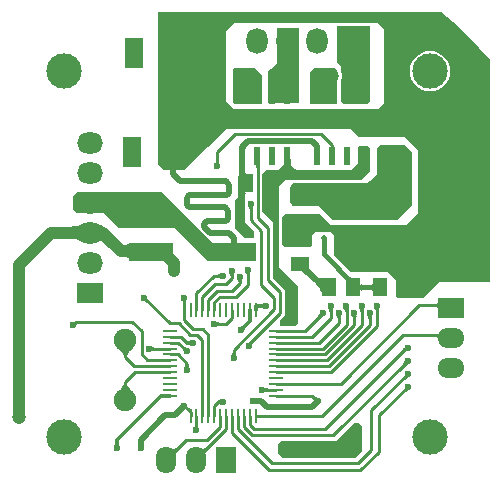
<source format=gbl>
G04 Layer_Physical_Order=2*
G04 Layer_Color=16711680*
%FSLAX44Y44*%
%MOMM*%
G71*
G01*
G75*
%ADD10R,1.2700X1.6002*%
%ADD11R,1.6002X1.2700*%
%ADD19R,0.5080X1.5240*%
%ADD20C,0.3000*%
%ADD21C,0.5000*%
%ADD23C,0.4000*%
%ADD24C,0.2540*%
%ADD25C,1.0000*%
%ADD26C,3.0000*%
%ADD27C,2.0000*%
%ADD28C,1.9050*%
%ADD29R,1.5240X2.5400*%
%ADD30O,1.5240X2.5400*%
%ADD31O,1.7000X2.3000*%
%ADD32R,1.7000X2.3000*%
%ADD33O,2.3000X1.7000*%
%ADD34R,2.3000X1.7000*%
%ADD35R,2.2000X1.8000*%
%ADD36O,2.2000X1.8000*%
%ADD37R,1.8000X2.2000*%
%ADD38O,1.8000X2.2000*%
%ADD39C,0.6000*%
%ADD40C,1.2000*%
%ADD41C,0.5000*%
%ADD42R,1.2700X0.2500*%
%ADD43O,1.2700X0.2500*%
%ADD44O,0.2500X1.2700*%
%ADD45R,3.7500X1.5000*%
G36*
X11898Y-212898D02*
X11695Y-213104D01*
X11018Y-213870D01*
X10950Y-213971D01*
X10905Y-214054D01*
X10882Y-214120D01*
X10882Y-214168D01*
X8832Y-212118D01*
X8880Y-212118D01*
X8946Y-212095D01*
X9029Y-212050D01*
X9130Y-211982D01*
X9248Y-211892D01*
X9537Y-211644D01*
X10102Y-211102D01*
X11898Y-212898D01*
D02*
G37*
G36*
X129313Y-212058D02*
X129498Y-212199D01*
X129698Y-212323D01*
X129913Y-212431D01*
X130143Y-212523D01*
X130388Y-212597D01*
X130648Y-212655D01*
X130923Y-212697D01*
X131213Y-212722D01*
X131518Y-212730D01*
Y-215270D01*
X131213Y-215278D01*
X130923Y-215303D01*
X130648Y-215345D01*
X130388Y-215403D01*
X130143Y-215478D01*
X129913Y-215569D01*
X129698Y-215677D01*
X129498Y-215801D01*
X129313Y-215942D01*
X129142Y-216100D01*
Y-211900D01*
X129313Y-212058D01*
D02*
G37*
G36*
X260942Y-207313D02*
X260801Y-207498D01*
X260677Y-207698D01*
X260569Y-207913D01*
X260478Y-208143D01*
X260403Y-208388D01*
X260345Y-208648D01*
X260303Y-208923D01*
X260278Y-209213D01*
X260270Y-209518D01*
X257730D01*
X257722Y-209213D01*
X257697Y-208923D01*
X257655Y-208648D01*
X257597Y-208388D01*
X257523Y-208143D01*
X257431Y-207913D01*
X257323Y-207698D01*
X257199Y-207498D01*
X257058Y-207313D01*
X256900Y-207142D01*
X261100D01*
X260942Y-207313D01*
D02*
G37*
G36*
X247942D02*
X247801Y-207498D01*
X247677Y-207698D01*
X247569Y-207913D01*
X247477Y-208143D01*
X247403Y-208388D01*
X247345Y-208648D01*
X247303Y-208923D01*
X247278Y-209213D01*
X247270Y-209518D01*
X244730D01*
X244722Y-209213D01*
X244697Y-208923D01*
X244655Y-208648D01*
X244597Y-208388D01*
X244522Y-208143D01*
X244431Y-207913D01*
X244323Y-207698D01*
X244199Y-207498D01*
X244058Y-207313D01*
X243900Y-207142D01*
X248100D01*
X247942Y-207313D01*
D02*
G37*
G36*
X160285Y-229502D02*
X160071Y-229730D01*
X159890Y-229953D01*
X159742Y-230171D01*
X159627Y-230383D01*
X159545Y-230591D01*
X159496Y-230793D01*
X159479Y-230991D01*
X159496Y-231183D01*
X159546Y-231371D01*
X159628Y-231553D01*
X155696Y-230298D01*
X155792Y-230241D01*
X155922Y-230145D01*
X156289Y-229834D01*
X157448Y-228739D01*
X158239Y-227956D01*
X160285Y-229502D01*
D02*
G37*
G36*
X106858Y-232100D02*
X106687Y-231942D01*
X106502Y-231801D01*
X106302Y-231677D01*
X106087Y-231569D01*
X105857Y-231478D01*
X105612Y-231403D01*
X105352Y-231345D01*
X105077Y-231303D01*
X104787Y-231278D01*
X104482Y-231270D01*
Y-228730D01*
X104787Y-228722D01*
X105077Y-228697D01*
X105352Y-228655D01*
X105612Y-228597D01*
X105857Y-228522D01*
X106087Y-228431D01*
X106302Y-228323D01*
X106502Y-228199D01*
X106687Y-228058D01*
X106858Y-227900D01*
Y-232100D01*
D02*
G37*
G36*
X154171Y-216951D02*
X153947Y-217183D01*
X153570Y-217628D01*
X153417Y-217840D01*
X153288Y-218045D01*
X153183Y-218244D01*
X153102Y-218435D01*
X153044Y-218620D01*
X153010Y-218799D01*
X153000Y-218970D01*
X150030Y-216000D01*
X150201Y-215990D01*
X150380Y-215956D01*
X150565Y-215898D01*
X150756Y-215817D01*
X150955Y-215712D01*
X151160Y-215583D01*
X151372Y-215430D01*
X151591Y-215254D01*
X152049Y-214829D01*
X154171Y-216951D01*
D02*
G37*
G36*
X316544Y-226237D02*
X316586Y-225996D01*
X316564Y-225781D01*
X316476Y-225591D01*
X316325Y-225426D01*
X316108Y-225287D01*
X315826Y-225173D01*
X315480Y-225084D01*
X315068Y-225021D01*
X314592Y-224983D01*
X314051Y-224970D01*
X314765Y-222430D01*
X315320Y-222418D01*
X316279Y-222318D01*
X316683Y-222230D01*
X317036Y-222117D01*
X317338Y-221980D01*
X317589Y-221817D01*
X317790Y-221630D01*
X317940Y-221417D01*
X318039Y-221179D01*
X316544Y-226237D01*
D02*
G37*
G36*
X227942Y-201313D02*
X227801Y-201498D01*
X227677Y-201698D01*
X227569Y-201913D01*
X227477Y-202143D01*
X227403Y-202388D01*
X227345Y-202648D01*
X227303Y-202923D01*
X227278Y-203213D01*
X227270Y-203518D01*
X224730D01*
X224722Y-203213D01*
X224697Y-202923D01*
X224655Y-202648D01*
X224597Y-202388D01*
X224522Y-202143D01*
X224431Y-201913D01*
X224323Y-201698D01*
X224199Y-201498D01*
X224058Y-201313D01*
X223900Y-201142D01*
X228100D01*
X227942Y-201313D01*
D02*
G37*
G36*
X241143Y-201127D02*
X241016Y-201322D01*
X240904Y-201531D01*
X240807Y-201754D01*
X240726Y-201990D01*
X240659Y-202239D01*
X240606Y-202503D01*
X240569Y-202780D01*
X240547Y-203071D01*
X240539Y-203375D01*
X237999Y-203628D01*
X237990Y-203322D01*
X237964Y-203033D01*
X237919Y-202761D01*
X237856Y-202505D01*
X237775Y-202266D01*
X237676Y-202044D01*
X237559Y-201838D01*
X237424Y-201650D01*
X237272Y-201478D01*
X237101Y-201322D01*
X241284Y-200945D01*
X241143Y-201127D01*
D02*
G37*
G36*
X168858Y-201100D02*
X168729Y-200986D01*
X168579Y-200884D01*
X168407Y-200794D01*
X168214Y-200716D01*
X168000Y-200650D01*
X167763Y-200596D01*
X167505Y-200554D01*
X167226Y-200524D01*
X166602Y-200500D01*
Y-197500D01*
X166925Y-197494D01*
X167505Y-197446D01*
X167763Y-197404D01*
X168000Y-197350D01*
X168214Y-197284D01*
X168407Y-197206D01*
X168579Y-197116D01*
X168729Y-197014D01*
X168858Y-196900D01*
Y-201100D01*
D02*
G37*
G36*
X163304Y-196521D02*
X163518Y-196726D01*
X163767Y-196908D01*
X164051Y-197065D01*
X164370Y-197198D01*
X164724Y-197307D01*
X165113Y-197391D01*
X165537Y-197452D01*
X165996Y-197488D01*
X166489Y-197500D01*
Y-200500D01*
X165898Y-200515D01*
X165370Y-200560D01*
X164907Y-200635D01*
X164508Y-200740D01*
X164173Y-200875D01*
X163902Y-201040D01*
X163695Y-201235D01*
X163552Y-201460D01*
X163473Y-201715D01*
X163459Y-202000D01*
X163125Y-196291D01*
X163304Y-196521D01*
D02*
G37*
G36*
X218970Y-208000D02*
X218738Y-208009D01*
X218507Y-208040D01*
X218278Y-208093D01*
X218050Y-208169D01*
X217822Y-208267D01*
X217596Y-208388D01*
X217371Y-208530D01*
X217148Y-208696D01*
X216925Y-208883D01*
X216703Y-209093D01*
X214907Y-207297D01*
X215117Y-207075D01*
X215305Y-206852D01*
X215469Y-206629D01*
X215612Y-206404D01*
X215733Y-206178D01*
X215831Y-205951D01*
X215907Y-205722D01*
X215960Y-205493D01*
X215991Y-205262D01*
X216000Y-205030D01*
X218970Y-208000D01*
D02*
G37*
G36*
X234942Y-207312D02*
X234801Y-207497D01*
X234676Y-207698D01*
X234568Y-207913D01*
X234477Y-208143D01*
X234402Y-208388D01*
X234344Y-208648D01*
X234303Y-208923D01*
X234278Y-209213D01*
X234270Y-209517D01*
X231730D01*
X231721Y-209213D01*
X231696Y-208923D01*
X231655Y-208648D01*
X231597Y-208388D01*
X231522Y-208143D01*
X231431Y-207913D01*
X231323Y-207698D01*
X231198Y-207497D01*
X231057Y-207312D01*
X230900Y-207142D01*
X235100D01*
X234942Y-207312D01*
D02*
G37*
G36*
X267143Y-201126D02*
X267016Y-201322D01*
X266905Y-201531D01*
X266808Y-201753D01*
X266726Y-201989D01*
X266659Y-202239D01*
X266607Y-202502D01*
X266570Y-202780D01*
X266547Y-203070D01*
X266540Y-203375D01*
X264000Y-203628D01*
X263991Y-203323D01*
X263964Y-203033D01*
X263919Y-202761D01*
X263856Y-202505D01*
X263775Y-202266D01*
X263676Y-202044D01*
X263560Y-201839D01*
X263425Y-201650D01*
X263272Y-201478D01*
X263101Y-201323D01*
X267284Y-200945D01*
X267143Y-201126D01*
D02*
G37*
G36*
X254143D02*
X254016Y-201322D01*
X253905Y-201531D01*
X253808Y-201753D01*
X253726Y-201989D01*
X253659Y-202239D01*
X253607Y-202502D01*
X253570Y-202780D01*
X253547Y-203070D01*
X253540Y-203375D01*
X251000Y-203628D01*
X250991Y-203323D01*
X250964Y-203033D01*
X250919Y-202761D01*
X250856Y-202505D01*
X250775Y-202266D01*
X250676Y-202044D01*
X250560Y-201839D01*
X250425Y-201650D01*
X250272Y-201478D01*
X250101Y-201323D01*
X254284Y-200945D01*
X254143Y-201126D01*
D02*
G37*
G36*
X290264Y-236908D02*
X290044Y-236867D01*
X289824Y-236853D01*
X289603Y-236868D01*
X289381Y-236910D01*
X289159Y-236981D01*
X288937Y-237080D01*
X288714Y-237206D01*
X288490Y-237361D01*
X288266Y-237544D01*
X288042Y-237754D01*
X286734Y-235470D01*
X286945Y-235251D01*
X287317Y-234814D01*
X287477Y-234598D01*
X287746Y-234168D01*
X287855Y-233955D01*
X287946Y-233743D01*
X288020Y-233532D01*
X288078Y-233322D01*
X290264Y-236908D01*
D02*
G37*
G36*
X105295Y-284490D02*
X106175Y-285229D01*
X106453Y-285423D01*
X106723Y-285589D01*
X106984Y-285729D01*
X107238Y-285842D01*
X107484Y-285929D01*
X107722Y-285989D01*
X106033Y-290595D01*
X106100Y-290326D01*
X106112Y-290038D01*
X106068Y-289729D01*
X105968Y-289400D01*
X105813Y-289051D01*
X105603Y-288682D01*
X105337Y-288292D01*
X105016Y-287882D01*
X104639Y-287453D01*
X104207Y-287003D01*
X104986Y-284190D01*
X105295Y-284490D01*
D02*
G37*
G36*
X163485Y-289939D02*
X163562Y-290155D01*
X163690Y-290345D01*
X163870Y-290510D01*
X164102Y-290650D01*
X164384Y-290764D01*
X164718Y-290853D01*
X165104Y-290917D01*
X165541Y-290955D01*
X166029Y-290967D01*
Y-293507D01*
X165541Y-293520D01*
X165104Y-293558D01*
X164718Y-293622D01*
X164384Y-293711D01*
X164102Y-293825D01*
X163870Y-293965D01*
X163690Y-294130D01*
X163562Y-294320D01*
X163485Y-294536D01*
X163459Y-294777D01*
Y-289697D01*
X163485Y-289939D01*
D02*
G37*
G36*
X212266Y-275456D02*
X212490Y-275639D01*
X212714Y-275794D01*
X212937Y-275921D01*
X213159Y-276019D01*
X213381Y-276090D01*
X213603Y-276132D01*
X213824Y-276147D01*
X214044Y-276133D01*
X214264Y-276092D01*
X212078Y-279678D01*
X212020Y-279468D01*
X211946Y-279257D01*
X211855Y-279045D01*
X211746Y-278832D01*
X211620Y-278617D01*
X211477Y-278402D01*
X211140Y-277968D01*
X210945Y-277750D01*
X210734Y-277530D01*
X212042Y-275246D01*
X212266Y-275456D01*
D02*
G37*
G36*
X132335Y-281377D02*
X132310Y-281357D01*
X132256Y-281339D01*
X132175Y-281322D01*
X132066Y-281308D01*
X131763Y-281287D01*
X130820Y-281270D01*
Y-278730D01*
X131098Y-278729D01*
X132256Y-278661D01*
X132310Y-278643D01*
X132335Y-278623D01*
Y-281377D01*
D02*
G37*
G36*
X96003Y-321093D02*
X95618Y-321495D01*
X95012Y-322244D01*
X94790Y-322590D01*
X94622Y-322918D01*
X94509Y-323227D01*
X94449Y-323517D01*
X94444Y-323789D01*
X94493Y-324042D01*
X94596Y-324276D01*
X91973Y-319739D01*
X92118Y-319934D01*
X92291Y-320066D01*
X92490Y-320135D01*
X92718Y-320141D01*
X92972Y-320084D01*
X93254Y-319963D01*
X93564Y-319779D01*
X93901Y-319532D01*
X94265Y-319221D01*
X94657Y-318847D01*
X96003Y-321093D01*
D02*
G37*
G36*
X252000Y-300000D02*
Y-306000D01*
Y-322000D01*
X251000Y-323000D01*
X247000Y-327000D01*
X185000D01*
X183000Y-325000D01*
X181000Y-323000D01*
Y-321000D01*
Y-316000D01*
X182000Y-315000D01*
X184000Y-313000D01*
X231000D01*
X246000Y-298000D01*
X250000D01*
X252000Y-300000D01*
D02*
G37*
G36*
X113516Y-299611D02*
X113524Y-299916D01*
X113546Y-300206D01*
X113584Y-300483D01*
X113637Y-300746D01*
X113704Y-300996D01*
X113787Y-301231D01*
X113885Y-301453D01*
X113998Y-301662D01*
X114126Y-301856D01*
X114269Y-302037D01*
X110083Y-301693D01*
X110253Y-301536D01*
X110404Y-301363D01*
X110538Y-301173D01*
X110654Y-300966D01*
X110753Y-300743D01*
X110833Y-300504D01*
X110896Y-300248D01*
X110940Y-299975D01*
X110967Y-299686D01*
X110976Y-299380D01*
X113516Y-299611D01*
D02*
G37*
G36*
X121181Y-320615D02*
X120798Y-321016D01*
X120197Y-321759D01*
X119980Y-322100D01*
X119817Y-322423D01*
X119710Y-322725D01*
X119658Y-323008D01*
X119661Y-323271D01*
X119719Y-323515D01*
X119833Y-323739D01*
X116989Y-319423D01*
X117144Y-319608D01*
X117327Y-319730D01*
X117535Y-319790D01*
X117771Y-319788D01*
X118033Y-319723D01*
X118321Y-319596D01*
X118636Y-319406D01*
X118978Y-319154D01*
X119346Y-318840D01*
X119741Y-318463D01*
X121181Y-320615D01*
D02*
G37*
G36*
X145278Y-238787D02*
X145303Y-239077D01*
X145345Y-239352D01*
X145403Y-239612D01*
X145478Y-239857D01*
X145569Y-240087D01*
X145677Y-240302D01*
X145801Y-240502D01*
X145942Y-240687D01*
X146100Y-240858D01*
X141900D01*
X142058Y-240687D01*
X142199Y-240502D01*
X142323Y-240302D01*
X142431Y-240087D01*
X142522Y-239857D01*
X142597Y-239612D01*
X142655Y-239352D01*
X142697Y-239077D01*
X142722Y-238787D01*
X142730Y-238482D01*
X145270D01*
X145278Y-238787D01*
D02*
G37*
G36*
X56848Y-235900D02*
X56097Y-236563D01*
X55435Y-237230D01*
X54860Y-237901D01*
X54374Y-238575D01*
X53977Y-239252D01*
X53668Y-239934D01*
X53447Y-240619D01*
X53314Y-241308D01*
X53270Y-242000D01*
X50730D01*
X50686Y-241308D01*
X50553Y-240619D01*
X50332Y-239934D01*
X50023Y-239252D01*
X49626Y-238575D01*
X49140Y-237901D01*
X48565Y-237230D01*
X47903Y-236563D01*
X47152Y-235900D01*
X46312Y-235241D01*
X57688D01*
X56848Y-235900D01*
D02*
G37*
G36*
X74144Y-232874D02*
X74338Y-233002D01*
X74547Y-233115D01*
X74769Y-233213D01*
X75004Y-233296D01*
X75254Y-233364D01*
X75517Y-233416D01*
X75794Y-233454D01*
X76084Y-233477D01*
X76389Y-233484D01*
X76620Y-236024D01*
X76314Y-236033D01*
X76025Y-236060D01*
X75752Y-236104D01*
X75496Y-236167D01*
X75257Y-236247D01*
X75034Y-236346D01*
X74827Y-236462D01*
X74637Y-236596D01*
X74464Y-236747D01*
X74307Y-236917D01*
X73963Y-232731D01*
X74144Y-232874D01*
D02*
G37*
G36*
X101925Y-233117D02*
X102148Y-233305D01*
X102371Y-233470D01*
X102596Y-233612D01*
X102822Y-233733D01*
X103049Y-233831D01*
X103278Y-233907D01*
X103507Y-233960D01*
X103738Y-233991D01*
X103970Y-234000D01*
X101000Y-236970D01*
X100991Y-236738D01*
X100960Y-236507D01*
X100907Y-236278D01*
X100831Y-236049D01*
X100733Y-235822D01*
X100612Y-235596D01*
X100470Y-235371D01*
X100304Y-235147D01*
X100117Y-234925D01*
X99907Y-234703D01*
X101703Y-232907D01*
X101925Y-233117D01*
D02*
G37*
G36*
X53324Y-263880D02*
X53486Y-264559D01*
X53756Y-265283D01*
X54134Y-266051D01*
X54619Y-266864D01*
X55213Y-267722D01*
X55915Y-268624D01*
X57642Y-270562D01*
X58667Y-271598D01*
X45332D01*
X46358Y-270562D01*
X48085Y-268624D01*
X48787Y-267722D01*
X49381Y-266864D01*
X49866Y-266051D01*
X50244Y-265283D01*
X50514Y-264559D01*
X50676Y-263880D01*
X50730Y-263245D01*
X53270D01*
X53324Y-263880D01*
D02*
G37*
G36*
X170144Y-267874D02*
X170338Y-268002D01*
X170547Y-268115D01*
X170769Y-268213D01*
X171004Y-268296D01*
X171254Y-268364D01*
X171517Y-268416D01*
X171794Y-268454D01*
X172084Y-268477D01*
X172389Y-268484D01*
X172620Y-271024D01*
X172314Y-271033D01*
X172025Y-271060D01*
X171752Y-271104D01*
X171496Y-271167D01*
X171257Y-271247D01*
X171034Y-271346D01*
X170827Y-271462D01*
X170637Y-271596D01*
X170464Y-271747D01*
X170307Y-271917D01*
X169963Y-267731D01*
X170144Y-267874D01*
D02*
G37*
G36*
X290970Y-248000D02*
X290738Y-248009D01*
X290507Y-248040D01*
X290278Y-248093D01*
X290049Y-248169D01*
X289822Y-248267D01*
X289596Y-248388D01*
X289371Y-248530D01*
X289147Y-248696D01*
X288925Y-248883D01*
X288703Y-249093D01*
X286907Y-247297D01*
X287117Y-247075D01*
X287304Y-246852D01*
X287470Y-246629D01*
X287612Y-246404D01*
X287733Y-246178D01*
X287831Y-245951D01*
X287907Y-245722D01*
X287960Y-245492D01*
X287991Y-245262D01*
X288000Y-245030D01*
X290970Y-248000D01*
D02*
G37*
G36*
X105278Y-248787D02*
X105303Y-249077D01*
X105345Y-249352D01*
X105403Y-249612D01*
X105478Y-249857D01*
X105569Y-250087D01*
X105677Y-250302D01*
X105801Y-250502D01*
X105942Y-250687D01*
X106100Y-250858D01*
X101900D01*
X102058Y-250687D01*
X102199Y-250502D01*
X102323Y-250302D01*
X102431Y-250087D01*
X102522Y-249857D01*
X102597Y-249612D01*
X102655Y-249352D01*
X102697Y-249077D01*
X102722Y-248787D01*
X102730Y-248482D01*
X105270D01*
X105278Y-248787D01*
D02*
G37*
G36*
X329340Y41911D02*
X340905Y31025D01*
X351791Y19460D01*
X360382Y9152D01*
Y-32000D01*
Y-178000D01*
X318000D01*
X313000Y-183000D01*
X304000Y-192000D01*
X283000D01*
X281000Y-190000D01*
Y-187000D01*
Y-177000D01*
X278000Y-174000D01*
X274000Y-170000D01*
X243000D01*
X239000Y-166000D01*
X229000Y-156000D01*
Y-146000D01*
Y-139000D01*
X226000Y-136000D01*
X213000D01*
X210000Y-139000D01*
Y-147000D01*
X208000Y-149000D01*
X187000D01*
X185000Y-147000D01*
Y-130000D01*
Y-123000D01*
X187000Y-121000D01*
X217000D01*
X226000Y-130000D01*
X290000D01*
X300000Y-120000D01*
Y-114000D01*
Y-107000D01*
Y-67000D01*
X296000Y-63000D01*
X289000Y-56000D01*
X250000D01*
X243000Y-49000D01*
X137000D01*
X122000Y-64000D01*
X102000Y-84000D01*
X85000D01*
X80000Y-79000D01*
Y-71000D01*
Y-12000D01*
Y50502D01*
X319032D01*
X329340Y41911D01*
D02*
G37*
G36*
X295000Y-68000D02*
Y-97000D01*
Y-113000D01*
X293000Y-115000D01*
X282000Y-126000D01*
X228000D01*
X223000Y-121000D01*
X216000Y-114000D01*
X194000D01*
X193000Y-113000D01*
X191000Y-111000D01*
Y-104000D01*
Y-98000D01*
X192000Y-97000D01*
X194000Y-95000D01*
X257000D01*
X259000Y-93000D01*
X265000Y-87000D01*
Y-77000D01*
Y-65000D01*
X267000Y-63000D01*
X268000Y-62000D01*
X289000D01*
X295000Y-68000D01*
D02*
G37*
G36*
X159942Y-114313D02*
X159801Y-114498D01*
X159677Y-114698D01*
X159569Y-114913D01*
X159478Y-115143D01*
X159403Y-115388D01*
X159345Y-115648D01*
X159303Y-115923D01*
X159278Y-116213D01*
X159270Y-116518D01*
X156730D01*
X156722Y-116213D01*
X156697Y-115923D01*
X156655Y-115648D01*
X156597Y-115388D01*
X156523Y-115143D01*
X156431Y-114913D01*
X156323Y-114698D01*
X156199Y-114498D01*
X156058Y-114313D01*
X155900Y-114142D01*
X160100D01*
X159942Y-114313D01*
D02*
G37*
G36*
X31627Y-129733D02*
X32641Y-130387D01*
X34047Y-131499D01*
X38035Y-135095D01*
X43591Y-140520D01*
X38178Y-149249D01*
X36374Y-147515D01*
X33222Y-144928D01*
X31876Y-144075D01*
X30682Y-143516D01*
X29642Y-143251D01*
X28754Y-143280D01*
X28019Y-143602D01*
X27437Y-144219D01*
X27007Y-145129D01*
X31494Y-131693D01*
X30939Y-130517D01*
X30777Y-129798D01*
X31006Y-129537D01*
X31627Y-129733D01*
D02*
G37*
G36*
X14993Y-144194D02*
X14321Y-143720D01*
X13521Y-143296D01*
X12592Y-142922D01*
X11536Y-142598D01*
X10351Y-142324D01*
X9037Y-142099D01*
X6026Y-141800D01*
X4328Y-141725D01*
X2502Y-141700D01*
Y-131700D01*
X4328Y-131675D01*
X9037Y-131301D01*
X10351Y-131076D01*
X11536Y-130802D01*
X12592Y-130478D01*
X13521Y-130104D01*
X14321Y-129680D01*
X14993Y-129206D01*
Y-144194D01*
D02*
G37*
G36*
X153840Y-95000D02*
X153000Y-95840D01*
Y-102950D01*
X155500Y-102940D01*
X155025Y-102992D01*
X154600Y-103144D01*
X154225Y-103397D01*
X153900Y-103750D01*
X153625Y-104202D01*
X153400Y-104756D01*
X153225Y-105409D01*
X153100Y-106163D01*
X153025Y-107016D01*
X153000Y-107971D01*
Y-111508D01*
X152902Y-112000D01*
X153000Y-112493D01*
Y-128000D01*
X161000Y-136000D01*
Y-140000D01*
X160000Y-141000D01*
X153000D01*
X145000Y-133000D01*
Y-121000D01*
Y-109000D01*
X147521Y-106480D01*
Y-88960D01*
X148720Y-88542D01*
X153840Y-95000D01*
D02*
G37*
G36*
X153518Y-79394D02*
X153409Y-79545D01*
X153313Y-79795D01*
X153230Y-80145D01*
X153160Y-80595D01*
X153058Y-81795D01*
X153023Y-82888D01*
X153025Y-82979D01*
X153100Y-83829D01*
X153225Y-84579D01*
X153400Y-85230D01*
X153625Y-85779D01*
X153900Y-86229D01*
X154225Y-86580D01*
X154600Y-86830D01*
X155025Y-86980D01*
X155500Y-87029D01*
X147521D01*
X147612Y-86980D01*
X147693Y-86830D01*
X147765Y-86580D01*
X147827Y-86229D01*
X147880Y-85779D01*
X147957Y-84579D01*
X148000Y-82029D01*
X148287D01*
X148621Y-79345D01*
X153639D01*
X153518Y-79394D01*
D02*
G37*
G36*
X216535Y-69276D02*
X216450Y-69448D01*
X216375Y-69646D01*
X216310Y-69870D01*
X216255Y-70120D01*
X216210Y-70395D01*
X216150Y-71023D01*
X216135Y-71376D01*
X216130Y-71755D01*
X213130D01*
X213125Y-71376D01*
X213050Y-70395D01*
X213005Y-70120D01*
X212950Y-69870D01*
X212885Y-69646D01*
X212810Y-69448D01*
X212725Y-69276D01*
X212630Y-69130D01*
X216630D01*
X216535Y-69276D01*
D02*
G37*
G36*
X157175Y-61361D02*
X156159Y-62412D01*
X154569Y-64285D01*
X153995Y-65106D01*
X153568Y-65852D01*
X153288Y-66520D01*
X153155Y-67113D01*
X153169Y-67629D01*
X153331Y-68068D01*
X153639Y-68432D01*
X148621Y-64166D01*
X148422Y-64112D01*
X148357Y-63953D01*
X148424Y-63688D01*
X148623Y-63317D01*
X148955Y-62840D01*
X149420Y-62256D01*
X150746Y-60771D01*
X152602Y-58862D01*
X157175Y-61361D01*
D02*
G37*
G36*
X228606Y-62679D02*
X228651Y-63266D01*
X228690Y-63505D01*
X228741Y-63707D01*
X228804Y-63872D01*
X228877Y-64000D01*
X228962Y-64092D01*
X229058Y-64147D01*
X229165Y-64166D01*
X225494D01*
X225602Y-64147D01*
X225698Y-64092D01*
X225783Y-64000D01*
X225856Y-63872D01*
X225919Y-63707D01*
X225970Y-63505D01*
X226009Y-63266D01*
X226037Y-62991D01*
X226060Y-62330D01*
X228600D01*
X228606Y-62679D01*
D02*
G37*
G36*
X258000Y-64000D02*
X259000Y-65000D01*
Y-77000D01*
Y-85000D01*
X256000Y-88000D01*
X252000Y-92000D01*
X188000D01*
X185000Y-95000D01*
X182000Y-98000D01*
Y-156000D01*
Y-166000D01*
X190000Y-174000D01*
X198000Y-182000D01*
Y-207000D01*
X198000Y-214000D01*
X196000Y-216000D01*
X186000Y-216000D01*
X184000D01*
X183000Y-215000D01*
Y-211000D01*
X187000Y-207000D01*
Y-185000D01*
X185000Y-183000D01*
X177000Y-175000D01*
Y-167000D01*
Y-128000D01*
X170000Y-121000D01*
X168000Y-119000D01*
Y-95000D01*
Y-87000D01*
X170000Y-85000D01*
X171000Y-84000D01*
X181000D01*
X182000Y-83000D01*
X187000Y-78000D01*
Y-73000D01*
X191000D01*
X192000Y-74000D01*
Y-79000D01*
X196000Y-83000D01*
X197000Y-84000D01*
X243000D01*
X248000Y-79000D01*
X249000Y-78000D01*
Y-67000D01*
Y-64000D01*
X250000Y-63000D01*
X257000D01*
X258000Y-64000D01*
D02*
G37*
G36*
X166339Y-79345D02*
X166188Y-79370D01*
X166052Y-79446D01*
X165932Y-79573D01*
X165828Y-79751D01*
X165740Y-79980D01*
X165668Y-80259D01*
X165612Y-80589D01*
X165572Y-80970D01*
X165540Y-81884D01*
X163000D01*
X162987Y-81398D01*
X162949Y-80962D01*
X162886Y-80577D01*
X162797Y-80244D01*
X162682Y-79961D01*
X162543Y-79729D01*
X162378Y-79549D01*
X162187Y-79420D01*
X161971Y-79341D01*
X161730Y-79314D01*
X166339Y-79345D01*
D02*
G37*
G36*
X131278Y-75787D02*
X131303Y-76077D01*
X131345Y-76352D01*
X131403Y-76612D01*
X131477Y-76857D01*
X131569Y-77087D01*
X131677Y-77302D01*
X131801Y-77502D01*
X131942Y-77687D01*
X132100Y-77858D01*
X127900D01*
X128058Y-77687D01*
X128199Y-77502D01*
X128323Y-77302D01*
X128431Y-77087D01*
X128523Y-76857D01*
X128597Y-76612D01*
X128655Y-76352D01*
X128697Y-76077D01*
X128722Y-75787D01*
X128730Y-75482D01*
X131270D01*
X131278Y-75787D01*
D02*
G37*
G36*
X55311Y-159281D02*
X55237Y-158847D01*
X55017Y-158460D01*
X54651Y-158117D01*
X54139Y-157821D01*
X53481Y-157570D01*
X52677Y-157365D01*
X51726Y-157205D01*
X50630Y-157091D01*
X48000Y-157000D01*
Y-147000D01*
X49383Y-146985D01*
X52660Y-146765D01*
X53460Y-146633D01*
X54116Y-146471D01*
X54625Y-146280D01*
X54989Y-146060D01*
X55208Y-145810D01*
X55280Y-145531D01*
X55311Y-159281D01*
D02*
G37*
G36*
X215094Y-174697D02*
X215258Y-174767D01*
X215475Y-174828D01*
X215747Y-174882D01*
X216074Y-174927D01*
X216890Y-174993D01*
X218521Y-175030D01*
X218551Y-188762D01*
X218496Y-188041D01*
X218335Y-187284D01*
X218068Y-186491D01*
X217694Y-185661D01*
X217214Y-184795D01*
X216627Y-183893D01*
X215934Y-182955D01*
X214229Y-180970D01*
X213217Y-179923D01*
X214985Y-174619D01*
X215094Y-174697D01*
D02*
G37*
G36*
X251489Y-179380D02*
X251610Y-179720D01*
X251812Y-180020D01*
X252094Y-180280D01*
X252457Y-180500D01*
X252900Y-180680D01*
X253424Y-180820D01*
X254028Y-180920D01*
X254714Y-180980D01*
X255480Y-181000D01*
Y-185000D01*
X254714Y-185020D01*
X254028Y-185080D01*
X253424Y-185180D01*
X252900Y-185320D01*
X252457Y-185500D01*
X252094Y-185720D01*
X251812Y-185980D01*
X251610Y-186280D01*
X251489Y-186620D01*
X251449Y-187000D01*
Y-179000D01*
X251489Y-179380D01*
D02*
G37*
G36*
X261551Y-187000D02*
X261511Y-186620D01*
X261390Y-186280D01*
X261188Y-185980D01*
X260906Y-185720D01*
X260543Y-185500D01*
X260100Y-185320D01*
X259576Y-185180D01*
X258971Y-185080D01*
X258286Y-185020D01*
X257521Y-185000D01*
Y-181000D01*
X258286Y-180980D01*
X258971Y-180920D01*
X259576Y-180820D01*
X260100Y-180680D01*
X260543Y-180500D01*
X260906Y-180280D01*
X261188Y-180020D01*
X261390Y-179720D01*
X261511Y-179380D01*
X261551Y-179000D01*
Y-187000D01*
D02*
G37*
G36*
X316561Y-200840D02*
X316535Y-200599D01*
X316458Y-200383D01*
X316330Y-200192D01*
X316150Y-200027D01*
X315918Y-199888D01*
X315636Y-199773D01*
X315301Y-199684D01*
X314916Y-199621D01*
X314479Y-199583D01*
X313990Y-199570D01*
Y-197030D01*
X314479Y-197017D01*
X314916Y-196979D01*
X315301Y-196916D01*
X315636Y-196827D01*
X315918Y-196712D01*
X316150Y-196573D01*
X316330Y-196408D01*
X316458Y-196217D01*
X316535Y-196001D01*
X316561Y-195760D01*
Y-200840D01*
D02*
G37*
G36*
X103942Y-194313D02*
X103801Y-194498D01*
X103677Y-194698D01*
X103569Y-194913D01*
X103477Y-195143D01*
X103403Y-195388D01*
X103345Y-195648D01*
X103303Y-195923D01*
X103278Y-196213D01*
X103270Y-196518D01*
X100730D01*
X100722Y-196213D01*
X100697Y-195923D01*
X100655Y-195648D01*
X100597Y-195388D01*
X100522Y-195143D01*
X100431Y-194913D01*
X100323Y-194698D01*
X100199Y-194498D01*
X100058Y-194313D01*
X99900Y-194142D01*
X104100D01*
X103942Y-194313D01*
D02*
G37*
G36*
X71009Y-192262D02*
X71040Y-192493D01*
X71093Y-192722D01*
X71169Y-192950D01*
X71267Y-193178D01*
X71388Y-193404D01*
X71530Y-193629D01*
X71695Y-193853D01*
X71883Y-194075D01*
X72093Y-194297D01*
X70297Y-196093D01*
X70075Y-195883D01*
X69852Y-195695D01*
X69629Y-195530D01*
X69404Y-195388D01*
X69178Y-195267D01*
X68951Y-195169D01*
X68722Y-195093D01*
X68492Y-195040D01*
X68262Y-195009D01*
X68030Y-195000D01*
X71000Y-192030D01*
X71009Y-192262D01*
D02*
G37*
G36*
X240796Y-172939D02*
X242196Y-174113D01*
X242828Y-174547D01*
X243416Y-174881D01*
X243960Y-175113D01*
X244458Y-175244D01*
X244912Y-175274D01*
X245322Y-175202D01*
X245686Y-175030D01*
X238841Y-179497D01*
X239120Y-179240D01*
X239275Y-178914D01*
X239305Y-178519D01*
X239209Y-178056D01*
X238989Y-177525D01*
X238644Y-176925D01*
X238173Y-176256D01*
X237578Y-175520D01*
X236012Y-173840D01*
X240030Y-172201D01*
X240796Y-172939D01*
D02*
G37*
G36*
X207586Y-164381D02*
X207390Y-164781D01*
X207351Y-165268D01*
X207471Y-165844D01*
X207749Y-166507D01*
X208184Y-167258D01*
X208778Y-168097D01*
X209529Y-169023D01*
X211506Y-171140D01*
X206310Y-173015D01*
X205356Y-172097D01*
X203613Y-170634D01*
X202824Y-170090D01*
X202089Y-169671D01*
X201409Y-169377D01*
X200785Y-169208D01*
X200214Y-169163D01*
X199699Y-169244D01*
X199238Y-169449D01*
X207940Y-164069D01*
X207586Y-164381D01*
D02*
G37*
G36*
X157942Y-170313D02*
X157801Y-170498D01*
X157677Y-170698D01*
X157569Y-170913D01*
X157478Y-171143D01*
X157403Y-171388D01*
X157345Y-171648D01*
X157303Y-171923D01*
X157278Y-172213D01*
X157270Y-172518D01*
X154730D01*
X154722Y-172213D01*
X154697Y-171923D01*
X154655Y-171648D01*
X154597Y-171388D01*
X154522Y-171143D01*
X154431Y-170913D01*
X154323Y-170698D01*
X154199Y-170498D01*
X154058Y-170313D01*
X153900Y-170142D01*
X158100D01*
X157942Y-170313D01*
D02*
G37*
G36*
X105000Y-124000D02*
X126000Y-145000D01*
X160000D01*
Y-161000D01*
X122000D01*
X111000Y-150000D01*
X94000Y-133000D01*
X47000D01*
X43000Y-129000D01*
X34000Y-120000D01*
X11000D01*
X8000Y-117000D01*
Y-116000D01*
Y-106000D01*
X12000Y-102000D01*
X83000D01*
X105000Y-124000D01*
D02*
G37*
G36*
X150942Y-176313D02*
X150801Y-176498D01*
X150677Y-176698D01*
X150569Y-176913D01*
X150478Y-177143D01*
X150403Y-177388D01*
X150345Y-177648D01*
X150303Y-177923D01*
X150278Y-178213D01*
X150270Y-178518D01*
X147730D01*
X147722Y-178213D01*
X147697Y-177923D01*
X147655Y-177648D01*
X147597Y-177388D01*
X147522Y-177143D01*
X147431Y-176913D01*
X147323Y-176698D01*
X147199Y-176498D01*
X147058Y-176313D01*
X146900Y-176142D01*
X151100D01*
X150942Y-176313D01*
D02*
G37*
G36*
X132858Y-175100D02*
X132687Y-174942D01*
X132502Y-174801D01*
X132302Y-174677D01*
X132087Y-174569D01*
X131857Y-174478D01*
X131612Y-174403D01*
X131352Y-174345D01*
X131077Y-174303D01*
X130787Y-174278D01*
X130482Y-174270D01*
Y-171730D01*
X130787Y-171722D01*
X131077Y-171697D01*
X131352Y-171655D01*
X131612Y-171597D01*
X131857Y-171523D01*
X132087Y-171431D01*
X132302Y-171323D01*
X132502Y-171199D01*
X132687Y-171058D01*
X132858Y-170900D01*
Y-175100D01*
D02*
G37*
G36*
X144099Y-171156D02*
X143958Y-171341D01*
X143834Y-171541D01*
X143726Y-171756D01*
X143634Y-171986D01*
X143560Y-172231D01*
X143502Y-172491D01*
X143460Y-172766D01*
X143435Y-173056D01*
X143427Y-173361D01*
X140887D01*
X140878Y-173056D01*
X140854Y-172766D01*
X140812Y-172491D01*
X140754Y-172231D01*
X140679Y-171986D01*
X140588Y-171756D01*
X140480Y-171541D01*
X140356Y-171341D01*
X140215Y-171156D01*
X140057Y-170986D01*
X144257D01*
X144099Y-171156D01*
D02*
G37*
%LPC*%
G36*
X309880Y17082D02*
X306547Y16754D01*
X303343Y15782D01*
X300390Y14203D01*
X297801Y12079D01*
X295677Y9490D01*
X294098Y6537D01*
X293126Y3333D01*
X292798Y0D01*
X293126Y-3333D01*
X294098Y-6537D01*
X295677Y-9490D01*
X297801Y-12079D01*
X300390Y-14203D01*
X303343Y-15782D01*
X306547Y-16754D01*
X309880Y-17082D01*
X313213Y-16754D01*
X316417Y-15782D01*
X319370Y-14203D01*
X321959Y-12079D01*
X324083Y-9490D01*
X325662Y-6537D01*
X326634Y-3333D01*
X326962Y0D01*
X326634Y3333D01*
X325662Y6537D01*
X324083Y9490D01*
X321959Y12079D01*
X319370Y14203D01*
X316417Y15782D01*
X313213Y16754D01*
X309880Y17082D01*
D02*
G37*
G36*
X266000Y41000D02*
X144000D01*
X137000Y34000D01*
Y-10000D01*
Y-25000D01*
X144000Y-32000D01*
X266000D01*
X271000Y-27000D01*
Y19000D01*
Y36000D01*
X266000Y41000D01*
D02*
G37*
%LPD*%
G36*
X199000Y-27000D02*
X173000D01*
Y-18000D01*
Y0D01*
X175000Y2000D01*
X180000Y7000D01*
Y37000D01*
X199000D01*
Y-27000D01*
D02*
G37*
G36*
X259000Y-25502D02*
X257000Y-27502D01*
X237000D01*
X235000Y-25502D01*
Y-8502D01*
Y-6198D01*
X235124Y-5898D01*
X235399Y-3810D01*
X235124Y-1722D01*
X235000Y-1422D01*
Y3498D01*
X231000Y7498D01*
Y38000D01*
X259000D01*
Y-25502D01*
D02*
G37*
G36*
X164000Y0D02*
X168000Y-4000D01*
Y-11000D01*
Y-27000D01*
X167000Y-28000D01*
X145000D01*
X143000Y-26000D01*
Y-1000D01*
Y2000D01*
X144000Y3000D01*
X161000D01*
X164000Y0D01*
D02*
G37*
G36*
X231000Y1000D02*
Y-8095D01*
X231530D01*
X231000Y-8636D01*
Y-16000D01*
Y-27000D01*
X230000Y-28000D01*
X209000D01*
X208000Y-27000D01*
Y-13000D01*
Y-1000D01*
X210000Y1000D01*
X212000Y3000D01*
X229000D01*
X231000Y1000D01*
D02*
G37*
D10*
X153840Y-95000D02*
D03*
X174160D02*
D03*
X267840Y-183000D02*
D03*
X288160D02*
D03*
X224840D02*
D03*
X245160D02*
D03*
D11*
X278130Y-68580D02*
D03*
Y-48260D02*
D03*
X200000Y-163160D02*
D03*
Y-142840D02*
D03*
D19*
X214630Y-19685D02*
D03*
X227330D02*
D03*
X240030D02*
D03*
X252730D02*
D03*
Y-71755D02*
D03*
X240030D02*
D03*
X227330D02*
D03*
X214630D02*
D03*
X151130Y-19685D02*
D03*
X163830D02*
D03*
X176530D02*
D03*
X189230D02*
D03*
Y-71755D02*
D03*
X176530D02*
D03*
X163830D02*
D03*
X151130D02*
D03*
D20*
X82246Y-274754D02*
X89763D01*
X45000Y-312000D02*
X82246Y-274754D01*
X45000Y-319000D02*
Y-312000D01*
X252730Y-84270D02*
Y-71755D01*
X247000Y-90000D02*
X252730Y-84270D01*
X214630Y-71755D02*
Y-67630D01*
X189230Y-80230D02*
X199000Y-90000D01*
X247000D01*
X189230Y-79930D02*
Y-71755D01*
X174160Y-95000D02*
X189230Y-79930D01*
Y-80230D02*
Y-79930D01*
X162246Y-202271D02*
Y-199754D01*
X163000Y-199000D01*
X171000D01*
X157246Y-211754D02*
Y-202271D01*
X150000Y-219000D02*
X157246Y-211754D01*
X174160Y-109160D02*
Y-95000D01*
Y-109160D02*
X175000Y-110000D01*
Y-122000D02*
Y-110000D01*
Y-122000D02*
X180000Y-127000D01*
Y-172000D02*
Y-127000D01*
Y-172000D02*
X187000Y-179000D01*
X195000Y-213000D02*
Y-187000D01*
X187000Y-179000D02*
X195000Y-187000D01*
D21*
X86000Y-291000D02*
X94000D01*
X65000Y-312000D02*
X86000Y-291000D01*
X65000Y-319000D02*
Y-312000D01*
X94000Y-291000D02*
X102000Y-283000D01*
X198000Y-317000D02*
X244000D01*
X189230Y-19685D02*
Y25400D01*
X176530Y-19685D02*
X189230D01*
X278130Y-81280D02*
Y-68580D01*
Y-81280D02*
X284480Y-87630D01*
Y-101600D02*
Y-87630D01*
X214630Y-67630D02*
Y-63630D01*
X150500Y-64500D02*
X156000Y-59000D01*
X210000D01*
X214630Y-63630D01*
X160000Y-279000D02*
X167000D01*
X172000Y-284000D01*
X210000D01*
X215000Y-279000D01*
X150500Y-131500D02*
Y-64500D01*
Y-131500D02*
X155000Y-136000D01*
Y-136000D02*
Y-136000D01*
X200000Y-163170D02*
Y-163160D01*
Y-163170D02*
X212090Y-175260D01*
X219830Y-183000D02*
X224840D01*
X212090Y-175260D02*
X219830Y-183000D01*
X92018Y-87018D02*
Y-67873D01*
Y-87018D02*
X98000Y-93000D01*
X104000Y-107000D02*
X106000Y-105000D01*
X104000Y-113000D02*
Y-107000D01*
Y-113000D02*
X106000Y-115000D01*
X119000Y-132000D02*
X124000Y-137000D01*
X140000D01*
X144000Y-141000D01*
Y-153000D02*
Y-141000D01*
X119000Y-132000D02*
Y-129000D01*
X121000Y-127000D01*
X138000Y-105000D02*
X140000Y-103000D01*
X106000Y-105000D02*
X138000D01*
X98000Y-93000D02*
X137000D01*
X140000Y-96000D01*
Y-103000D02*
Y-96000D01*
X136000Y-115000D02*
X139000Y-118000D01*
Y-125000D02*
Y-118000D01*
X137000Y-127000D02*
X139000Y-125000D01*
X106000Y-115000D02*
X136000D01*
X121000Y-127000D02*
X137000D01*
D23*
X245160Y-183000D02*
X267840D01*
X212090Y-103090D02*
Y-102870D01*
X220000Y-155000D02*
Y-141000D01*
Y-155000D02*
X245160Y-180160D01*
Y-183000D02*
Y-180160D01*
X274400Y-101600D02*
X284480D01*
X212090Y-103090D02*
X213180Y-102000D01*
X274000D01*
X274400Y-101600D01*
D24*
X142246Y-306246D02*
Y-292237D01*
X152246Y-301246D02*
X159000Y-308000D01*
X157246Y-299246D02*
X161000Y-303000D01*
X168000Y-270000D02*
X168246Y-269754D01*
X179729D01*
X227330Y-71755D02*
Y-62330D01*
X70754Y-244754D02*
X89763D01*
X65730Y-239730D02*
X70754Y-244754D01*
X8000Y-215000D02*
X11000Y-212000D01*
X72000Y-235000D02*
X72246Y-234754D01*
X89763D01*
X60246Y-254754D02*
X89763D01*
X52000Y-263000D02*
X60246Y-254754D01*
X52000Y-278400D02*
Y-263000D01*
X59754Y-249754D02*
X89763D01*
X52000Y-242000D02*
X59754Y-249754D01*
X52000Y-242000D02*
Y-227600D01*
X127246Y-283574D02*
X130820Y-280000D01*
X135000D01*
X127246Y-292237D02*
Y-283574D01*
X86300Y-329000D02*
X103300Y-312000D01*
X121000D01*
X132246Y-300754D01*
Y-292237D01*
X111700Y-329000D02*
Y-328300D01*
X137246Y-302754D01*
Y-292237D01*
X152246Y-301246D02*
Y-292237D01*
X157246Y-299246D02*
Y-292237D01*
X147246Y-303246D02*
Y-292237D01*
X265000Y-199000D02*
X265270Y-199270D01*
Y-215730D02*
Y-199270D01*
X226246Y-254754D02*
X265270Y-215730D01*
X179729Y-254754D02*
X226246D01*
X259000Y-215000D02*
Y-205000D01*
X224246Y-249754D02*
X259000Y-215000D01*
X179729Y-249754D02*
X224246D01*
X252000Y-199000D02*
X252270Y-199270D01*
Y-215151D02*
Y-199270D01*
X222666Y-244754D02*
X252270Y-215151D01*
X179729Y-244754D02*
X222666D01*
X246000Y-215000D02*
Y-205000D01*
X221246Y-239754D02*
X246000Y-215000D01*
X179729Y-239754D02*
X221246D01*
X239000Y-199000D02*
X239270Y-199270D01*
Y-215000D02*
Y-199270D01*
X219515Y-234754D02*
X239270Y-215000D01*
X179729Y-234754D02*
X219515D01*
X232999Y-213000D02*
Y-205000D01*
X216245Y-229754D02*
X232999Y-213000D01*
X179729Y-229754D02*
X216245D01*
X226000Y-209000D02*
Y-199000D01*
X210246Y-224754D02*
X226000Y-209000D01*
X179729Y-224754D02*
X210246D01*
X204246Y-219754D02*
X219000Y-205000D01*
X179729Y-219754D02*
X204246D01*
X240030Y-19685D02*
Y25400D01*
Y-19685D02*
X252730D01*
X214630D02*
X227330D01*
X151130D02*
X163830D01*
X151130D02*
Y-5080D01*
X227330Y-19685D02*
Y-3810D01*
X127000Y-173000D02*
X135000D01*
X112246Y-202271D02*
Y-187754D01*
X127000Y-173000D01*
X117246Y-202271D02*
Y-190754D01*
X128000Y-180000D01*
X137000D01*
X122246Y-202271D02*
Y-193754D01*
X130000Y-186000D01*
X142000D01*
X149000Y-179000D01*
Y-174000D01*
X127246Y-202271D02*
Y-195754D01*
X132000Y-191000D01*
X146000D01*
X156000Y-181000D01*
Y-168000D01*
X130000Y-80000D02*
Y-68000D01*
X117623Y-218623D02*
X122246Y-223246D01*
Y-292237D02*
Y-223246D01*
X113000Y-223163D02*
X117246Y-227409D01*
Y-292237D02*
Y-227409D01*
X89763Y-229754D02*
X96754D01*
X104000Y-237000D01*
X144000Y-243000D02*
Y-235579D01*
X157000Y-233000D02*
Y-230991D01*
X183000Y-204991D01*
X144000Y-235579D02*
X178000Y-201579D01*
X68000Y-192000D02*
X89420Y-213421D01*
X218000Y-53000D02*
X227330Y-62330D01*
X130000Y-68000D02*
X145000Y-53000D01*
X218000D01*
X107246Y-292237D02*
Y-288246D01*
X102000Y-283000D02*
X107246Y-288246D01*
X112246Y-303754D02*
Y-292237D01*
X112000Y-304000D02*
X112246Y-303754D01*
X179729Y-274754D02*
X209754D01*
X214000Y-279000D01*
X215000D01*
X127000Y-214000D02*
X137246D01*
X142246Y-209000D01*
Y-202271D01*
X142157Y-174843D02*
Y-168843D01*
X137000Y-180000D02*
X142157Y-174843D01*
X158000Y-126000D02*
Y-112000D01*
X163830Y-71755D02*
X164270Y-72195D01*
Y-124270D02*
Y-72195D01*
X167000Y-181000D02*
Y-135000D01*
Y-181000D02*
X178000Y-192000D01*
Y-201579D02*
Y-192000D01*
X158000Y-126000D02*
X167000Y-135000D01*
X164270Y-124270D02*
X173000Y-133000D01*
Y-177000D02*
Y-133000D01*
Y-177000D02*
X183000Y-187000D01*
Y-204991D02*
Y-187000D01*
X89763Y-239754D02*
X96255D01*
X104000Y-247499D01*
Y-253000D02*
Y-247499D01*
X179729Y-264754D02*
X234246D01*
X300700Y-198300D01*
X327000D01*
X162246Y-292237D02*
X218763D01*
X287300Y-223700D01*
X327000D01*
X161000Y-303000D02*
X221000D01*
X290000Y-234000D01*
X291000D01*
X159000Y-308000D02*
X228000D01*
X291000Y-245000D01*
X11000Y-212000D02*
X58000D01*
X65730Y-219730D01*
Y-239730D02*
Y-219730D01*
X89763Y-224754D02*
X98754D01*
X104000Y-230000D01*
X109000D01*
X89420Y-213421D02*
X97421D01*
X107163Y-223163D01*
X113000D01*
X102000Y-211000D02*
Y-192000D01*
Y-211000D02*
X109623Y-218623D01*
X117623D01*
X267000Y-291000D02*
X291000Y-267000D01*
X267000Y-322000D02*
Y-291000D01*
X260000Y-287000D02*
X291000Y-256000D01*
X142246Y-306246D02*
X174000Y-338000D01*
X251000D01*
X267000Y-322000D01*
X147246Y-303246D02*
X176000Y-332000D01*
X249000D01*
X260000Y-321000D01*
Y-287000D01*
D25*
X-10700Y-136700D02*
X22000D01*
X91948Y6477D02*
X93218Y5207D01*
X278130Y-48260D02*
X306070D01*
X313690Y-55880D01*
X93218Y-43942D02*
Y5207D01*
X267970Y-48260D02*
X278130D01*
X295910Y-158750D02*
X304800D01*
X313690Y-149860D01*
Y-55880D01*
X259710Y-40000D02*
X267970Y-48260D01*
X96160Y-41000D02*
X172000D01*
X22000Y-136700D02*
X32700D01*
X48000Y-152000D01*
X72000D01*
X123000D02*
X142000D01*
X72000D02*
X83000D01*
X93000Y-162000D01*
Y-169000D02*
Y-162000D01*
X60000Y-127000D02*
X98000D01*
X288160Y-183000D02*
Y-159590D01*
X289000Y-158750D01*
X295910D01*
X200000Y-142840D02*
Y-135000D01*
X198000Y-133000D02*
X200000Y-135000D01*
X91000Y-46160D02*
X96160Y-41000D01*
X173000Y-40000D02*
X259710D01*
X-38000Y-293000D02*
Y-164000D01*
X-10700Y-136700D01*
X22000Y-111300D02*
X33300D01*
X49000Y-127000D01*
X60000D01*
X91000Y-75125D02*
Y-46160D01*
X98000Y-127000D02*
X123000Y-152000D01*
D26*
X309880Y-309880D02*
D03*
Y0D02*
D03*
X0D02*
D03*
Y-309880D02*
D03*
D27*
X255270Y-157480D02*
D03*
D28*
X52000Y-278400D02*
D03*
Y-227600D02*
D03*
D29*
X57982Y-68127D02*
D03*
X58982Y15873D02*
D03*
D30*
X92018Y-67873D02*
D03*
X93018Y16127D02*
D03*
D31*
X86300Y-329000D02*
D03*
X111700D02*
D03*
D32*
X137100D02*
D03*
D33*
X328000Y-251400D02*
D03*
Y-226000D02*
D03*
D34*
Y-200600D02*
D03*
D35*
X22000Y-187500D02*
D03*
D36*
Y-162100D02*
D03*
Y-136700D02*
D03*
Y-111300D02*
D03*
Y-85900D02*
D03*
Y-60500D02*
D03*
D37*
X240030Y25400D02*
D03*
D38*
X214630D02*
D03*
X189230D02*
D03*
X163830D02*
D03*
D39*
X65000Y-319000D02*
D03*
X45000D02*
D03*
X198000Y-317000D02*
D03*
X244000D02*
D03*
X168000Y-270000D02*
D03*
X215000Y-279000D02*
D03*
X8000Y-215000D02*
D03*
X72000Y-235000D02*
D03*
X135000Y-280000D02*
D03*
X226000Y-199000D02*
D03*
X219000Y-205000D02*
D03*
X232999Y-205000D02*
D03*
X239000Y-199000D02*
D03*
X246000Y-205000D02*
D03*
X252000Y-199000D02*
D03*
X259000Y-205000D02*
D03*
X265000Y-199000D02*
D03*
X135000Y-173000D02*
D03*
X149000Y-174000D02*
D03*
X156000Y-168000D02*
D03*
X158000Y-112000D02*
D03*
X130000Y-80000D02*
D03*
X109000Y-230000D02*
D03*
X104000Y-237000D02*
D03*
X144000Y-243000D02*
D03*
X157000Y-233000D02*
D03*
X171000Y-199000D02*
D03*
X150000Y-219000D02*
D03*
X68000Y-192000D02*
D03*
X102000D02*
D03*
X155000Y-136000D02*
D03*
X102000Y-283000D02*
D03*
X112000Y-304000D02*
D03*
X160000Y-279000D02*
D03*
X127000Y-214000D02*
D03*
X142157Y-168843D02*
D03*
X93000Y-169000D02*
D03*
X60000Y-127000D02*
D03*
X118000Y-147000D02*
D03*
X198000Y-133000D02*
D03*
X104000Y-253000D02*
D03*
X291000Y-234000D02*
D03*
Y-245000D02*
D03*
Y-256000D02*
D03*
Y-267000D02*
D03*
X235000Y-150000D02*
D03*
X271000Y-151000D02*
D03*
Y-163000D02*
D03*
X242000Y-165000D02*
D03*
X297561Y-171000D02*
D03*
X209000Y-133000D02*
D03*
X187000Y-179000D02*
D03*
X286000Y-100000D02*
D03*
X206000Y-102000D02*
D03*
X227000Y-110000D02*
D03*
X217000Y-102000D02*
D03*
X292000Y-94000D02*
D03*
X279000Y-106000D02*
D03*
X180000Y-43000D02*
D03*
X191000D02*
D03*
X201000D02*
D03*
X267000D02*
D03*
X257000D02*
D03*
X246000D02*
D03*
X186000Y-213000D02*
D03*
X195000D02*
D03*
X188000Y-133000D02*
D03*
X283000Y-157480D02*
D03*
X244000Y-309000D02*
D03*
X190000Y-317000D02*
D03*
X181000Y-173000D02*
D03*
X149000Y-116000D02*
D03*
D40*
X151130Y-5080D02*
D03*
X227330Y-3810D02*
D03*
X295910Y-158750D02*
D03*
X-38000Y-293000D02*
D03*
D41*
X212090Y-175260D02*
D03*
X220000Y-141000D02*
D03*
D42*
X89763Y-274754D02*
D03*
D43*
Y-269754D02*
D03*
Y-264754D02*
D03*
Y-259754D02*
D03*
Y-254754D02*
D03*
Y-249754D02*
D03*
Y-244754D02*
D03*
Y-239754D02*
D03*
Y-234754D02*
D03*
Y-229754D02*
D03*
Y-224754D02*
D03*
Y-219754D02*
D03*
X179729D02*
D03*
Y-224754D02*
D03*
Y-229754D02*
D03*
Y-234754D02*
D03*
Y-239754D02*
D03*
Y-244754D02*
D03*
Y-249754D02*
D03*
Y-254754D02*
D03*
Y-259754D02*
D03*
Y-264754D02*
D03*
Y-269754D02*
D03*
Y-274754D02*
D03*
D44*
X107246Y-202271D02*
D03*
X112246D02*
D03*
X117246D02*
D03*
X122246D02*
D03*
X127246D02*
D03*
X132246D02*
D03*
X137246D02*
D03*
X142246D02*
D03*
X147246D02*
D03*
X152246D02*
D03*
X157246D02*
D03*
X162246D02*
D03*
Y-292237D02*
D03*
X157246D02*
D03*
X152246D02*
D03*
X147246D02*
D03*
X142246D02*
D03*
X137246D02*
D03*
X132246D02*
D03*
X127246D02*
D03*
X122246D02*
D03*
X117246D02*
D03*
X112246D02*
D03*
X107246D02*
D03*
D45*
X144000Y-153000D02*
D03*
X74000D02*
D03*
M02*

</source>
